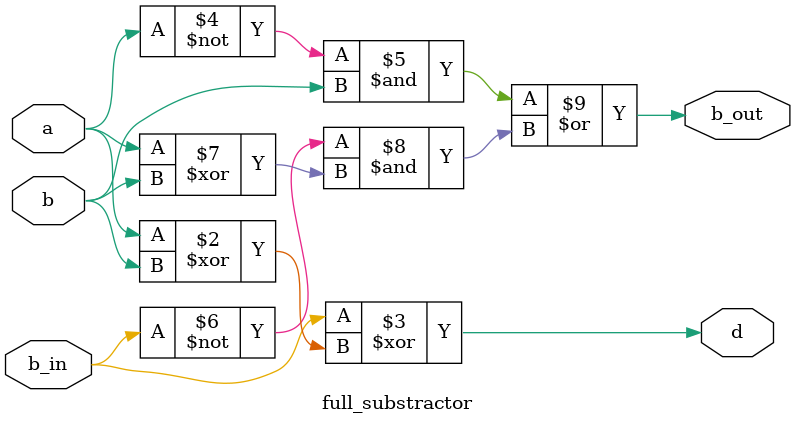
<source format=v>
`timescale 1ns / 1ps

module full_substractor(a,b,b_in,d,b_out);
input a,b,b_in;
output d,b_out;
reg d,b_out;
always @(*)
    begin
        d = b_in ^ (a^b);
        b_out = (((~a) & b) | ((~b_in) & (a^b)) );
    end

endmodule

</source>
